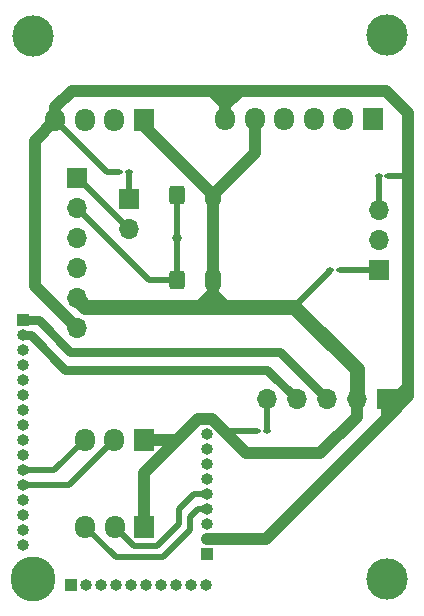
<source format=gtl>
G04 #@! TF.GenerationSoftware,KiCad,Pcbnew,7.0.6*
G04 #@! TF.CreationDate,2023-10-04T20:15:19-05:00*
G04 #@! TF.ProjectId,qvadrans_adapter_board,71766164-7261-46e7-935f-616461707465,rev?*
G04 #@! TF.SameCoordinates,Original*
G04 #@! TF.FileFunction,Copper,L1,Top*
G04 #@! TF.FilePolarity,Positive*
%FSLAX46Y46*%
G04 Gerber Fmt 4.6, Leading zero omitted, Abs format (unit mm)*
G04 Created by KiCad (PCBNEW 7.0.6) date 2023-10-04 20:15:19*
%MOMM*%
%LPD*%
G01*
G04 APERTURE LIST*
G04 Aperture macros list*
%AMRoundRect*
0 Rectangle with rounded corners*
0 $1 Rounding radius*
0 $2 $3 $4 $5 $6 $7 $8 $9 X,Y pos of 4 corners*
0 Add a 4 corners polygon primitive as box body*
4,1,4,$2,$3,$4,$5,$6,$7,$8,$9,$2,$3,0*
0 Add four circle primitives for the rounded corners*
1,1,$1+$1,$2,$3*
1,1,$1+$1,$4,$5*
1,1,$1+$1,$6,$7*
1,1,$1+$1,$8,$9*
0 Add four rect primitives between the rounded corners*
20,1,$1+$1,$2,$3,$4,$5,0*
20,1,$1+$1,$4,$5,$6,$7,0*
20,1,$1+$1,$6,$7,$8,$9,0*
20,1,$1+$1,$8,$9,$2,$3,0*%
G04 Aperture macros list end*
G04 #@! TA.AperFunction,ComponentPad*
%ADD10R,1.700000X1.700000*%
G04 #@! TD*
G04 #@! TA.AperFunction,ComponentPad*
%ADD11O,1.700000X1.700000*%
G04 #@! TD*
G04 #@! TA.AperFunction,SMDPad,CuDef*
%ADD12RoundRect,0.100000X0.217500X0.100000X-0.217500X0.100000X-0.217500X-0.100000X0.217500X-0.100000X0*%
G04 #@! TD*
G04 #@! TA.AperFunction,ComponentPad*
%ADD13C,3.500000*%
G04 #@! TD*
G04 #@! TA.AperFunction,ComponentPad*
%ADD14R,1.700000X1.950000*%
G04 #@! TD*
G04 #@! TA.AperFunction,ComponentPad*
%ADD15O,1.700000X1.950000*%
G04 #@! TD*
G04 #@! TA.AperFunction,SMDPad,CuDef*
%ADD16RoundRect,0.100000X-0.217500X-0.100000X0.217500X-0.100000X0.217500X0.100000X-0.217500X0.100000X0*%
G04 #@! TD*
G04 #@! TA.AperFunction,ComponentPad*
%ADD17O,1.000000X1.000000*%
G04 #@! TD*
G04 #@! TA.AperFunction,ComponentPad*
%ADD18R,1.000000X1.000000*%
G04 #@! TD*
G04 #@! TA.AperFunction,SMDPad,CuDef*
%ADD19RoundRect,0.350000X-0.350000X0.450000X-0.350000X-0.450000X0.350000X-0.450000X0.350000X0.450000X0*%
G04 #@! TD*
G04 #@! TA.AperFunction,ComponentPad*
%ADD20C,3.800000*%
G04 #@! TD*
G04 #@! TA.AperFunction,ViaPad*
%ADD21C,0.800000*%
G04 #@! TD*
G04 #@! TA.AperFunction,Conductor*
%ADD22C,0.500000*%
G04 #@! TD*
G04 #@! TA.AperFunction,Conductor*
%ADD23C,1.000000*%
G04 #@! TD*
G04 #@! TA.AperFunction,Conductor*
%ADD24C,0.750000*%
G04 #@! TD*
G04 #@! TA.AperFunction,Conductor*
%ADD25C,0.250000*%
G04 #@! TD*
G04 #@! TA.AperFunction,Conductor*
%ADD26C,1.250000*%
G04 #@! TD*
G04 APERTURE END LIST*
D10*
X150950000Y-113600000D03*
D11*
X148410000Y-113600000D03*
X145870000Y-113600000D03*
X143330000Y-113600000D03*
X140790000Y-113600000D03*
D12*
X146982500Y-102725000D03*
X146167500Y-102725000D03*
D13*
X150975000Y-128850000D03*
D14*
X130390000Y-89998000D03*
D15*
X127890000Y-89998000D03*
X125390000Y-89998000D03*
X122890000Y-89998000D03*
D10*
X124750000Y-94940000D03*
D11*
X124750000Y-97480000D03*
X124750000Y-100020000D03*
X124750000Y-102560000D03*
X124750000Y-105100000D03*
X124750000Y-107640000D03*
D14*
X149790000Y-89898000D03*
D15*
X147290000Y-89898000D03*
X144790000Y-89898000D03*
X142290000Y-89898000D03*
X139790000Y-89898000D03*
X137290000Y-89898000D03*
D16*
X150267500Y-94700000D03*
X151082500Y-94700000D03*
D10*
X150275000Y-102730000D03*
D11*
X150275000Y-100190000D03*
X150275000Y-97650000D03*
D10*
X129150000Y-96700000D03*
D11*
X129150000Y-99240000D03*
D13*
X150970000Y-82838000D03*
D14*
X130400000Y-117075000D03*
D15*
X127900000Y-117075000D03*
X125400000Y-117075000D03*
D17*
X135705000Y-125440000D03*
X135705000Y-116550000D03*
X135705000Y-117820000D03*
X135705000Y-124170000D03*
X135705000Y-115280000D03*
D18*
X135705000Y-126710000D03*
X124250000Y-129408000D03*
D17*
X125520000Y-129408000D03*
X126790000Y-129408000D03*
X128060000Y-129408000D03*
X129330000Y-129408000D03*
X130600000Y-129408000D03*
D18*
X120150000Y-106958000D03*
D17*
X120150000Y-108228000D03*
X120150000Y-109498000D03*
X120150000Y-110768000D03*
X120150000Y-112038000D03*
X133140000Y-129408000D03*
X134410000Y-129408000D03*
X135680000Y-129408000D03*
X120150000Y-115848000D03*
X120150000Y-117118000D03*
X120150000Y-118388000D03*
X120150000Y-119658000D03*
X120150000Y-120928000D03*
X120150000Y-122198000D03*
X135705000Y-122900000D03*
X135705000Y-121630000D03*
X135705000Y-120360000D03*
X131870000Y-129408000D03*
X135705000Y-119090000D03*
X120150000Y-113308000D03*
X120150000Y-114578000D03*
X120150000Y-123468000D03*
X120150000Y-124738000D03*
X120150000Y-126008000D03*
D14*
X130425000Y-124450000D03*
D15*
X127925000Y-124450000D03*
X125425000Y-124450000D03*
D12*
X129132500Y-94375000D03*
X128317500Y-94375000D03*
D13*
X120975000Y-82850000D03*
D12*
X139967500Y-116325000D03*
X140782500Y-116325000D03*
D19*
X133225000Y-96375000D03*
X133225000Y-103575000D03*
X136225000Y-96375000D03*
X136225000Y-103575000D03*
D20*
X120975000Y-128850000D03*
D21*
X133200000Y-100000000D03*
D22*
X122817000Y-119658000D02*
X120150000Y-119658000D01*
X125400000Y-117075000D02*
X122817000Y-119658000D01*
X124047000Y-120928000D02*
X127900000Y-117075000D01*
X120150000Y-120928000D02*
X124047000Y-120928000D01*
D23*
X130425000Y-119852894D02*
X130425000Y-124450000D01*
X134997894Y-115280000D02*
X130425000Y-119852894D01*
X135705000Y-115280000D02*
X134997894Y-115280000D01*
X130400000Y-117075000D02*
X133202894Y-117075000D01*
D24*
X124175000Y-109625000D02*
X121508000Y-106958000D01*
X141895000Y-109625000D02*
X124175000Y-109625000D01*
X145870000Y-113600000D02*
X141895000Y-109625000D01*
X121508000Y-106958000D02*
X120150000Y-106958000D01*
D22*
X134670000Y-121630000D02*
X135705000Y-121630000D01*
X131525000Y-126100000D02*
X133400000Y-124225000D01*
X133400000Y-124225000D02*
X133400000Y-122900000D01*
X129575000Y-126100000D02*
X131525000Y-126100000D01*
X127925000Y-124450000D02*
X129575000Y-126100000D01*
X133400000Y-122900000D02*
X134670000Y-121630000D01*
X134340000Y-123585000D02*
X135025000Y-122900000D01*
X134340000Y-124685000D02*
X134340000Y-123585000D01*
X135025000Y-122900000D02*
X135705000Y-122900000D01*
X132000000Y-127025000D02*
X134340000Y-124685000D01*
X125425000Y-124450000D02*
X128000000Y-127025000D01*
X128000000Y-127025000D02*
X132000000Y-127025000D01*
X140790000Y-116317500D02*
X140790000Y-113600000D01*
D24*
X123725000Y-111125000D02*
X120828000Y-108228000D01*
X120828000Y-108228000D02*
X120150000Y-108228000D01*
X140855000Y-111125000D02*
X123725000Y-111125000D01*
X143330000Y-113600000D02*
X140855000Y-111125000D01*
D22*
X137177056Y-116325000D02*
X139967500Y-116325000D01*
D25*
X140782500Y-116325000D02*
X140790000Y-116317500D01*
D23*
X139052057Y-118200000D02*
X136132057Y-115280000D01*
X136132057Y-115280000D02*
X135705000Y-115280000D01*
X145325000Y-118200000D02*
X139052057Y-118200000D01*
X148410000Y-113600000D02*
X148410000Y-115115000D01*
X148410000Y-115115000D02*
X145325000Y-118200000D01*
D26*
X148410000Y-111063000D02*
X148410000Y-113600000D01*
X143147000Y-105800000D02*
X148410000Y-111063000D01*
D23*
X151775000Y-113600000D02*
X150950000Y-113600000D01*
X152800000Y-112575000D02*
X151775000Y-113600000D01*
X152800000Y-113350000D02*
X152800000Y-94700000D01*
X150950000Y-115200000D02*
X152800000Y-113350000D01*
X150950000Y-115200000D02*
X150950000Y-113600000D01*
X140710000Y-125440000D02*
X150950000Y-115200000D01*
X135705000Y-125440000D02*
X140710000Y-125440000D01*
X136225000Y-104700000D02*
X137325000Y-105800000D01*
X136225000Y-103575000D02*
X136225000Y-104700000D01*
D26*
X125450000Y-105800000D02*
X140800000Y-105800000D01*
D23*
X137290000Y-88735000D02*
X137290000Y-89898000D01*
X138425000Y-87600000D02*
X137290000Y-88735000D01*
X150925000Y-87525000D02*
X152800000Y-89400000D01*
X122890000Y-88935000D02*
X124300000Y-87525000D01*
X124300000Y-87525000D02*
X150925000Y-87525000D01*
X122890000Y-89998000D02*
X122890000Y-88935000D01*
X152800000Y-89400000D02*
X152800000Y-94700000D01*
D26*
X124750000Y-105100000D02*
X125450000Y-105800000D01*
X140800000Y-105800000D02*
X143147000Y-105800000D01*
D22*
X146167500Y-102779500D02*
X143147000Y-105800000D01*
D23*
X136225000Y-104675000D02*
X136225000Y-103575000D01*
X136225000Y-96375000D02*
X139790000Y-92810000D01*
X135100000Y-105800000D02*
X136225000Y-104675000D01*
D22*
X146167500Y-102725000D02*
X146167500Y-102779500D01*
D23*
X139790000Y-92810000D02*
X139790000Y-89898000D01*
X130390000Y-89998000D02*
X130390000Y-90540000D01*
X130390000Y-90540000D02*
X136225000Y-96375000D01*
X136225000Y-96375000D02*
X136225000Y-103575000D01*
D22*
X130845000Y-103575000D02*
X133225000Y-103575000D01*
X124750000Y-97480000D02*
X130845000Y-103575000D01*
X133225000Y-100025000D02*
X133225000Y-103575000D01*
X133225000Y-99975000D02*
X133200000Y-100000000D01*
X133200000Y-100000000D02*
X133225000Y-100025000D01*
X133225000Y-96375000D02*
X133225000Y-99975000D01*
D23*
X124750000Y-107640000D02*
X121150000Y-104040000D01*
X137290000Y-88640000D02*
X137290000Y-89898000D01*
D22*
X151082500Y-94700000D02*
X152800000Y-94700000D01*
D23*
X136175000Y-87525000D02*
X137290000Y-88640000D01*
X121150000Y-91738000D02*
X122890000Y-89998000D01*
D22*
X122890000Y-89998000D02*
X127267000Y-94375000D01*
X127267000Y-94375000D02*
X128292500Y-94375000D01*
D23*
X121150000Y-104040000D02*
X121150000Y-91738000D01*
D22*
X124850000Y-94940000D02*
X124750000Y-94940000D01*
X129150000Y-99240000D02*
X124850000Y-94940000D01*
X150275000Y-94707500D02*
X150267500Y-94700000D01*
X150275000Y-97650000D02*
X150275000Y-94707500D01*
X146982500Y-102725000D02*
X150270000Y-102725000D01*
X150270000Y-102725000D02*
X150275000Y-102730000D01*
X129150000Y-96700000D02*
X129150000Y-94392500D01*
X129150000Y-94392500D02*
X129132500Y-94375000D01*
M02*

</source>
